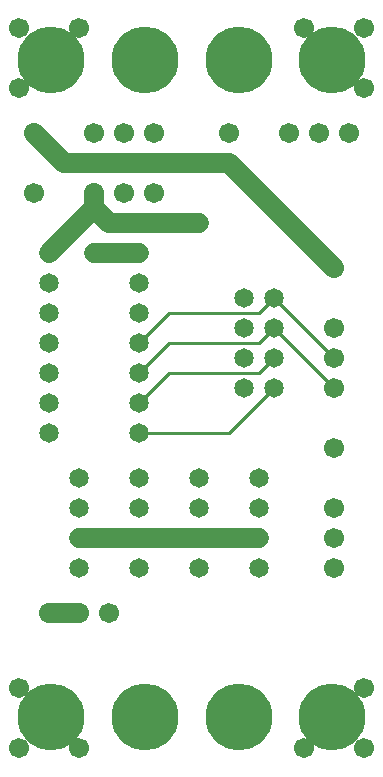
<source format=gbl>
%MOIN*%
%FSLAX25Y25*%
G04 D10 used for Character Trace; *
G04     Circle (OD=.01000) (No hole)*
G04 D11 used for Power Trace; *
G04     Circle (OD=.06700) (No hole)*
G04 D12 used for Signal Trace; *
G04     Circle (OD=.01100) (No hole)*
G04 D13 used for Via; *
G04     Circle (OD=.05800) (Round. Hole ID=.02800)*
G04 D14 used for Component hole; *
G04     Circle (OD=.06500) (Round. Hole ID=.03500)*
G04 D15 used for Component hole; *
G04     Circle (OD=.06700) (Round. Hole ID=.04300)*
G04 D16 used for Component hole; *
G04     Circle (OD=.08100) (Round. Hole ID=.05100)*
G04 D17 used for Component hole; *
G04     Circle (OD=.08900) (Round. Hole ID=.05900)*
G04 D18 used for Component hole; *
G04     Circle (OD=.11300) (Round. Hole ID=.08300)*
G04 D19 used for Component hole; *
G04     Circle (OD=.16000) (Round. Hole ID=.13000)*
G04 D20 used for Component hole; *
G04     Circle (OD=.18300) (Round. Hole ID=.15300)*
G04 D21 used for Component hole; *
G04     Circle (OD=.22291) (Round. Hole ID=.19291)*
%ADD10C,.01000*%
%ADD11C,.06700*%
%ADD12C,.01100*%
%ADD13C,.05800*%
%ADD14C,.06500*%
%ADD15C,.06700*%
%ADD16C,.08100*%
%ADD17C,.08900*%
%ADD18C,.11300*%
%ADD19C,.16000*%
%ADD20C,.18300*%
%ADD21C,.22291*%
%IPPOS*%
%LPD*%
G90*X0Y0D02*D15*X5000Y5000D03*D21*X15625Y15625D03*
D15*X5000Y25000D03*X25000Y5000D03*D21*            
X46875Y15625D03*D15*X35000Y50000D03*X25000D03*D11*
X15000D01*D15*D03*D14*X25000Y65000D03*Y75000D03*  
D11*X45000D01*D14*D03*D11*X65000D01*D14*D03*D11*  
X85000D01*D14*D03*Y85000D03*Y65000D03*            
X65000Y95000D03*Y85000D03*X85000Y95000D03*        
X65000Y65000D03*D15*X110000D03*Y75000D03*         
Y85000D03*Y105000D03*D12*X45000Y110000D02*        
X75000D01*D14*X45000D03*Y120000D03*D12*           
X55000Y130000D01*X85000D01*X90000Y135000D01*D14*  
D03*D12*X55000Y140000D02*X85000D01*               
X45000Y130000D02*X55000Y140000D01*D14*            
X45000Y130000D03*Y140000D03*D12*X55000Y150000D01* 
X85000D01*X90000Y155000D01*D14*D03*D12*           
X110000Y135000D01*D15*D03*Y145000D03*Y125000D03*  
D12*X90000Y145000D01*D14*D03*D12*X85000Y140000D01*
D14*X80000Y145000D03*Y135000D03*Y125000D03*       
Y155000D03*X90000Y125000D03*D12*X75000Y110000D01* 
D14*X45000Y95000D03*Y85000D03*Y150000D03*         
Y65000D03*X25000Y95000D03*Y85000D03*              
X45000Y160000D03*D15*X110000Y165000D03*D11*       
X75000Y200000D01*X65000D01*D14*D03*D11*X20000D01* 
X10000Y210000D01*D15*D03*X5000Y225000D03*         
X30000Y190000D03*D11*Y185000D01*X15000Y170000D01* 
D14*D03*Y160000D03*D11*X35000Y180000D02*          
X30000Y185000D01*X35000Y180000D02*X65000D01*D14*  
D03*D15*X50000Y190000D03*D14*X45000Y170000D03*D11*
X30000D01*D13*D03*D15*X10000Y190000D03*D14*       
X15000Y150000D03*D15*X40000Y190000D03*D14*        
X15000Y140000D03*D15*X50000Y210000D03*D14*        
X15000Y130000D03*D15*X40000Y210000D03*X30000D03*  
X75000D03*D14*X15000Y120000D03*Y110000D03*D21*    
X78125Y234375D03*X46875D03*X15625D03*D15*         
X95000Y210000D03*X100000Y245000D03*X25000D03*     
X5000D03*X105000Y210000D03*D21*X109375Y234375D03* 
D15*X115000Y210000D03*X120000Y225000D03*          
Y245000D03*Y25000D03*D21*X78125Y15625D03*         
X109375D03*D15*X100000Y5000D03*X120000D03*M02*    

</source>
